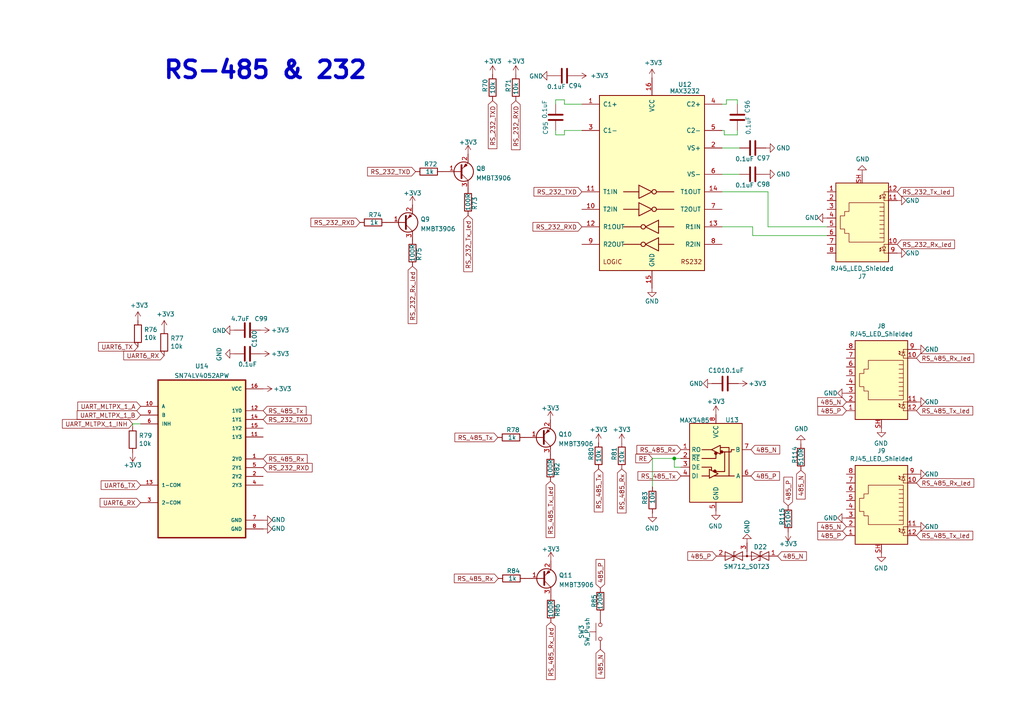
<source format=kicad_sch>
(kicad_sch (version 20211123) (generator eeschema)
  (paper "A4")
  (lib_symbols
    (symbol "Connector:RJ45_LED_Shielded" (pin_names (offset 1.016))
      (property "Reference" "J" (at -5.08 13.97 0))
      (property "Value" "RJ45_LED_Shielded" (at 1.27 13.97 0))
      (symbol "RJ45_LED_Shielded_0_1"
        (polyline (pts (xy -7.62 -7.62) (xy -6.35 -7.62)))
        (polyline (pts (xy -7.62 -5.08) (xy -6.35 -5.08)))
        (polyline (pts (xy -7.62 7.62) (xy -6.35 7.62)))
        (polyline (pts (xy -7.62 10.16) (xy -6.35 10.16)))
        (polyline (pts (xy -6.858 -5.842) (xy -5.842 -5.842)))
        (polyline (pts (xy -6.858 9.398) (xy -5.842 9.398)))
        (polyline (pts (xy -6.35 -7.62) (xy -6.35 -6.858)))
        (polyline (pts (xy -6.35 -5.08) (xy -6.35 -5.842)))
        (polyline (pts (xy -6.35 7.62) (xy -6.35 8.382)))
        (polyline (pts (xy -6.35 10.16) (xy -6.35 9.398)))
        (polyline (pts (xy -5.08 -6.223) (xy -5.207 -6.604)))
        (polyline (pts (xy -5.08 -5.588) (xy -5.207 -5.969)))
        (polyline (pts (xy -5.08 4.445) (xy -6.35 4.445)))
        (polyline (pts (xy -5.08 5.715) (xy -6.35 5.715)))
        (polyline (pts (xy -5.08 9.017) (xy -5.207 8.636)))
        (polyline (pts (xy -5.08 9.652) (xy -5.207 9.271)))
        (polyline (pts (xy -6.35 -3.175) (xy -5.08 -3.175) (xy -5.08 -3.175)))
        (polyline (pts (xy -6.35 -1.905) (xy -5.08 -1.905) (xy -5.08 -1.905)))
        (polyline (pts (xy -6.35 -0.635) (xy -5.08 -0.635) (xy -5.08 -0.635)))
        (polyline (pts (xy -6.35 0.635) (xy -5.08 0.635) (xy -5.08 0.635)))
        (polyline (pts (xy -6.35 1.905) (xy -5.08 1.905) (xy -5.08 1.905)))
        (polyline (pts (xy -5.588 -6.731) (xy -5.08 -6.223) (xy -5.461 -6.35)))
        (polyline (pts (xy -5.588 -6.096) (xy -5.08 -5.588) (xy -5.461 -5.715)))
        (polyline (pts (xy -5.588 8.509) (xy -5.08 9.017) (xy -5.461 8.89)))
        (polyline (pts (xy -5.588 9.144) (xy -5.08 9.652) (xy -5.461 9.525)))
        (polyline (pts (xy -5.08 3.175) (xy -6.35 3.175) (xy -6.35 3.175)))
        (polyline (pts (xy -6.35 -5.842) (xy -6.858 -6.858) (xy -5.842 -6.858) (xy -6.35 -5.842)))
        (polyline (pts (xy -6.35 9.398) (xy -6.858 8.382) (xy -5.842 8.382) (xy -6.35 9.398)))
        (polyline (pts (xy -6.35 -4.445) (xy -6.35 6.985) (xy 3.81 6.985) (xy 3.81 4.445) (xy 5.08 4.445) (xy 5.08 3.175) (xy 6.35 3.175) (xy 6.35 -0.635) (xy 5.08 -0.635) (xy 5.08 -1.905) (xy 3.81 -1.905) (xy 3.81 -4.445) (xy -6.35 -4.445) (xy -6.35 -4.445)))
        (rectangle (start 7.62 12.7) (end -7.62 -10.16) (stroke (width 0.254)) (fill (type background)))
      )
      (symbol "RJ45_LED_Shielded_1_1"
        (pin passive line (at 10.16 -7.62 180) (length 2.54) (name "~") (number "1"))
        (pin passive line (at -10.16 7.62 0) (length 2.54) (name "~") (number "10"))
        (pin passive line (at -10.16 -5.08 0) (length 2.54) (name "~") (number "11"))
        (pin passive line (at -10.16 -7.62 0) (length 2.54) (name "~") (number "12"))
        (pin passive line (at 10.16 -5.08 180) (length 2.54) (name "~") (number "2"))
        (pin passive line (at 10.16 -2.54 180) (length 2.54) (name "~") (number "3"))
        (pin passive line (at 10.16 0 180) (length 2.54) (name "~") (number "4"))
        (pin passive line (at 10.16 2.54 180) (length 2.54) (name "~") (number "5"))
        (pin passive line (at 10.16 5.08 180) (length 2.54) (name "~") (number "6"))
        (pin passive line (at 10.16 7.62 180) (length 2.54) (name "~") (number "7"))
        (pin passive line (at 10.16 10.16 180) (length 2.54) (name "~") (number "8"))
        (pin passive line (at -10.16 10.16 0) (length 2.54) (name "~") (number "9"))
        (pin passive line (at 0 -12.7 90) (length 2.54) (name "~") (number "SH"))
      )
    )
    (symbol "Device:C" (pin_numbers hide) (pin_names (offset 0.254))
      (property "Reference" "C" (at 0.635 2.54 0))
      (property "Value" "C" (at 0.635 -2.54 0))
      (symbol "C_0_1"
        (polyline (pts (xy -2.032 -0.762) (xy 2.032 -0.762)) (stroke (width 0.508)))
        (polyline (pts (xy -2.032 0.762) (xy 2.032 0.762)) (stroke (width 0.508)))
      )
      (symbol "C_1_1"
        (pin passive line (at 0 3.81 270) (length 2.794) (name "~") (number "1"))
        (pin passive line (at 0 -3.81 90) (length 2.794) (name "~") (number "2"))
      )
    )
    (symbol "Device:R" (pin_numbers hide) (pin_names (offset 0))
      (property "Reference" "R" (at 2.032 0 90))
      (property "Value" "R" (at 0 0 90))
      (symbol "R_0_1"
        (rectangle (start -1.016 -2.54) (end 1.016 2.54) (stroke (width 0.254)))
      )
      (symbol "R_1_1"
        (pin passive line (at 0 3.81 270) (length 1.27) (name "~") (number "1"))
        (pin passive line (at 0 -3.81 90) (length 1.27) (name "~") (number "2"))
      )
    )
    (symbol "Diode:SM712_SOT23" (pin_names (offset 1.016) hide)
      (property "Reference" "D" (at 0 4.445 0))
      (property "Value" "SM712_SOT23" (at 0 2.54 0))
      (symbol "SM712_SOT23_0_0"
        (polyline (pts (xy 0 -1.27) (xy 0 0)))
      )
      (symbol "SM712_SOT23_0_1"
        (polyline (pts (xy -6.35 0) (xy 6.35 0)))
        (polyline (pts (xy -3.302 1.27) (xy -3.81 1.27) (xy -3.81 -1.27) (xy -4.318 -1.27)) (stroke (width 0.2032)))
        (polyline (pts (xy 4.318 1.27) (xy 3.81 1.27) (xy 3.81 -1.27) (xy 3.302 -1.27)) (stroke (width 0.2032)))
        (polyline (pts (xy -6.35 -1.27) (xy -1.27 1.27) (xy -1.27 -1.27) (xy -6.35 1.27) (xy -6.35 -1.27)) (stroke (width 0.2032)))
        (polyline (pts (xy 1.27 -1.27) (xy 1.27 1.27) (xy 6.35 -1.27) (xy 6.35 1.27) (xy 1.27 -1.27)) (stroke (width 0.2032)))
        (circle (center 0 0) (radius 0.254) (fill (type outline)))
      )
      (symbol "SM712_SOT23_1_1"
        (pin passive line (at -8.89 0 0) (length 2.54) (name "A1") (number "1"))
        (pin passive line (at 8.89 0 180) (length 2.54) (name "A2") (number "2"))
        (pin input line (at 0 -3.81 90) (length 2.54) (name "common") (number "3"))
      )
    )
    (symbol "Interface_UART:MAX3232" (pin_names (offset 1.016))
      (property "Reference" "U" (at -2.54 28.575 0))
      (property "Value" "MAX3232" (at -2.54 26.67 0))
      (symbol "MAX3232_0_0"
        (text "LOGIC" (at -11.43 -22.86 0) (effects (font (size 1.27 1.27))))
        (text "RS232" (at 11.43 -22.86 0) (effects (font (size 1.27 1.27))))
      )
      (symbol "MAX3232_0_1"
        (rectangle (start -15.24 -25.4) (end 15.24 25.4) (stroke (width 0.254)) (fill (type background)))
        (circle (center -2.54 -17.78) (radius 0.635) (stroke (width 0.254)))
        (circle (center -2.54 -12.7) (radius 0.635) (stroke (width 0.254)))
        (polyline (pts (xy -3.81 -7.62) (xy -8.255 -7.62)) (stroke (width 0.254)))
        (polyline (pts (xy -3.81 -2.54) (xy -8.255 -2.54)) (stroke (width 0.254)))
        (polyline (pts (xy -3.175 -17.78) (xy -8.255 -17.78)) (stroke (width 0.254)))
        (polyline (pts (xy -3.175 -12.7) (xy -8.255 -12.7)) (stroke (width 0.254)))
        (polyline (pts (xy 1.27 -7.62) (xy 6.35 -7.62)) (stroke (width 0.254)))
        (polyline (pts (xy 1.27 -2.54) (xy 6.35 -2.54)) (stroke (width 0.254)))
        (polyline (pts (xy 1.905 -17.78) (xy 6.35 -17.78)) (stroke (width 0.254)))
        (polyline (pts (xy 1.905 -12.7) (xy 6.35 -12.7)) (stroke (width 0.254)))
        (polyline (pts (xy -3.81 -5.715) (xy -3.81 -9.525) (xy 0 -7.62) (xy -3.81 -5.715)) (stroke (width 0.254)))
        (polyline (pts (xy -3.81 -0.635) (xy -3.81 -4.445) (xy 0 -2.54) (xy -3.81 -0.635)) (stroke (width 0.254)))
        (polyline (pts (xy 1.905 -15.875) (xy 1.905 -19.685) (xy -1.905 -17.78) (xy 1.905 -15.875)) (stroke (width 0.254)))
        (polyline (pts (xy 1.905 -10.795) (xy 1.905 -14.605) (xy -1.905 -12.7) (xy 1.905 -10.795)) (stroke (width 0.254)))
        (circle (center 0.635 -7.62) (radius 0.635) (stroke (width 0.254)))
        (circle (center 0.635 -2.54) (radius 0.635) (stroke (width 0.254)))
      )
      (symbol "MAX3232_1_1"
        (pin passive line (at -20.32 22.86 0) (length 5.08) (name "C1+") (number "1"))
        (pin input line (at -20.32 -7.62 0) (length 5.08) (name "T2IN") (number "10"))
        (pin input line (at -20.32 -2.54 0) (length 5.08) (name "T1IN") (number "11"))
        (pin output line (at -20.32 -12.7 0) (length 5.08) (name "R1OUT") (number "12"))
        (pin input line (at 20.32 -12.7 180) (length 5.08) (name "R1IN") (number "13"))
        (pin output line (at 20.32 -2.54 180) (length 5.08) (name "T1OUT") (number "14"))
        (pin power_in line (at 0 -30.48 90) (length 5.08) (name "GND") (number "15"))
        (pin power_in line (at 0 30.48 270) (length 5.08) (name "VCC") (number "16"))
        (pin power_out line (at 20.32 10.16 180) (length 5.08) (name "VS+") (number "2"))
        (pin passive line (at -20.32 15.24 0) (length 5.08) (name "C1-") (number "3"))
        (pin passive line (at 20.32 22.86 180) (length 5.08) (name "C2+") (number "4"))
        (pin passive line (at 20.32 15.24 180) (length 5.08) (name "C2-") (number "5"))
        (pin power_out line (at 20.32 2.54 180) (length 5.08) (name "VS-") (number "6"))
        (pin output line (at 20.32 -7.62 180) (length 5.08) (name "T2OUT") (number "7"))
        (pin input line (at 20.32 -17.78 180) (length 5.08) (name "R2IN") (number "8"))
        (pin output line (at -20.32 -17.78 0) (length 5.08) (name "R2OUT") (number "9"))
      )
    )
    (symbol "Interface_UART:MAX3485"
      (property "Reference" "U" (at -6.096 11.43 0))
      (property "Value" "MAX3485" (at 0.762 11.43 0))
      (symbol "MAX3485_0_1"
        (rectangle (start -7.62 10.16) (end 7.62 -12.7) (stroke (width 0.254)) (fill (type background)))
        (circle (center -0.3048 -3.683) (radius 0.3556) (stroke (width 0.254)) (fill (type outline)))
        (circle (center -0.0254 1.4986) (radius 0.3556) (stroke (width 0.254)) (fill (type outline)))
        (polyline (pts (xy -4.064 -5.08) (xy -1.905 -5.08)) (stroke (width 0.254)))
        (polyline (pts (xy -4.064 2.54) (xy -1.27 2.54)) (stroke (width 0.254)))
        (polyline (pts (xy -1.27 -3.2004) (xy -1.27 -3.4544)) (stroke (width 0.254)))
        (polyline (pts (xy -0.635 -5.08) (xy 5.334 -5.08)) (stroke (width 0.254)))
        (polyline (pts (xy -4.064 -2.54) (xy -1.27 -2.54) (xy -1.27 -3.175)) (stroke (width 0.254)))
        (polyline (pts (xy 0 1.27) (xy 0 0) (xy -4.064 0)) (stroke (width 0.254)))
        (polyline (pts (xy 1.27 3.175) (xy 3.81 3.175) (xy 3.81 -5.08)) (stroke (width 0.254)))
        (polyline (pts (xy 2.54 1.905) (xy 2.54 -3.81) (xy 0 -3.81)) (stroke (width 0.254)))
        (polyline (pts (xy -1.905 -3.175) (xy -1.905 -5.715) (xy 0.635 -4.445) (xy -1.905 -3.175)) (stroke (width 0.254)))
        (polyline (pts (xy -1.27 2.54) (xy 1.27 3.81) (xy 1.27 1.27) (xy -1.27 2.54)) (stroke (width 0.254)))
        (polyline (pts (xy 1.905 1.905) (xy 4.445 1.905) (xy 4.445 2.54) (xy 5.334 2.54)) (stroke (width 0.254)))
        (rectangle (start 1.27 3.175) (end 1.27 3.175))
        (circle (center 1.651 1.905) (radius 0.3556) (stroke (width 0.254)) (fill (type outline)))
      )
      (symbol "MAX3485_1_1"
        (pin output line (at -10.16 2.54 0) (length 2.54) (name "RO") (number "1"))
        (pin input line (at -10.16 0 0) (length 2.54) (name "~{RE}") (number "2"))
        (pin input line (at -10.16 -2.54 0) (length 2.54) (name "DE") (number "3"))
        (pin input line (at -10.16 -5.08 0) (length 2.54) (name "DI") (number "4"))
        (pin power_in line (at 0 -15.24 90) (length 2.54) (name "GND") (number "5"))
        (pin bidirectional line (at 10.16 -5.08 180) (length 2.54) (name "A") (number "6"))
        (pin bidirectional line (at 10.16 2.54 180) (length 2.54) (name "B") (number "7"))
        (pin power_in line (at 0 12.7 270) (length 2.54) (name "VCC") (number "8"))
      )
    )
    (symbol "Switch:SW_Push" (pin_numbers hide) (pin_names (offset 1.016) hide)
      (property "Reference" "SW" (at 1.27 2.54 0))
      (property "Value" "SW_Push" (at 0 -1.524 0))
      (symbol "SW_Push_0_1"
        (circle (center -2.032 0) (radius 0.508))
        (polyline (pts (xy 0 1.27) (xy 0 3.048)))
        (polyline (pts (xy 2.54 1.27) (xy -2.54 1.27)))
        (circle (center 2.032 0) (radius 0.508))
        (pin passive line (at -5.08 0 0) (length 2.54) (name "1") (number "1"))
        (pin passive line (at 5.08 0 180) (length 2.54) (name "2") (number "2"))
      )
    )
    (symbol "Symbols:SN74LV4052APW" (pin_names (offset 1.016))
      (property "Reference" "U" (at -12.7 23.8506 0))
      (property "Value" "SN74LV4052APW" (at -12.7 -26.8478 0))
      (symbol "SN74LV4052APW_0_0"
        (rectangle (start -12.7 -22.86) (end 12.7 22.86) (stroke (width 0.4064)) (fill (type background)))
        (pin output line (at 17.78 0 180) (length 5.08) (name "2Y0") (number "1"))
        (pin input line (at -17.78 15.24 0) (length 5.08) (name "A") (number "10"))
        (pin output line (at 17.78 6.35 180) (length 5.08) (name "1Y3") (number "11"))
        (pin output line (at 17.78 13.97 180) (length 5.08) (name "1Y0") (number "12"))
        (pin bidirectional line (at -17.78 -7.62 0) (length 5.08) (name "1-COM") (number "13"))
        (pin output line (at 17.78 11.43 180) (length 5.08) (name "1Y1") (number "14"))
        (pin output line (at 17.78 8.89 180) (length 5.08) (name "1Y2") (number "15"))
        (pin power_in line (at 17.78 20.32 180) (length 5.08) (name "VCC") (number "16"))
        (pin output line (at 17.78 -5.08 180) (length 5.08) (name "2Y2") (number "2"))
        (pin bidirectional line (at -17.78 -12.7 0) (length 5.08) (name "2-COM") (number "3"))
        (pin output line (at 17.78 -7.62 180) (length 5.08) (name "2Y3") (number "4"))
        (pin output line (at 17.78 -2.54 180) (length 5.08) (name "2Y1") (number "5"))
        (pin input line (at -17.78 10.16 0) (length 5.08) (name "INH") (number "6"))
        (pin power_in line (at 17.78 -17.78 180) (length 5.08) (name "GND") (number "7"))
        (pin power_in line (at 17.78 -20.32 180) (length 5.08) (name "GND") (number "8"))
        (pin input line (at -17.78 12.7 0) (length 5.08) (name "B") (number "9"))
      )
    )
    (symbol "Transistor_BJT:MMBT3906" (pin_names (offset 0) hide)
      (property "Reference" "Q" (at 5.08 1.905 0))
      (property "Value" "MMBT3906" (at 5.08 0 0))
      (symbol "MMBT3906_0_1"
        (polyline (pts (xy 0.635 0.635) (xy 2.54 2.54)))
        (polyline (pts (xy 0.635 -0.635) (xy 2.54 -2.54) (xy 2.54 -2.54)))
        (polyline (pts (xy 0.635 1.905) (xy 0.635 -1.905) (xy 0.635 -1.905)) (stroke (width 0.508)))
        (polyline (pts (xy 2.286 -1.778) (xy 1.778 -2.286) (xy 1.27 -1.27) (xy 2.286 -1.778) (xy 2.286 -1.778)) (fill (type outline)))
        (circle (center 1.27 0) (radius 2.8194) (stroke (width 0.254)))
      )
      (symbol "MMBT3906_1_1"
        (pin input line (at -5.08 0 0) (length 5.715) (name "B") (number "1"))
        (pin passive line (at 2.54 -5.08 90) (length 2.54) (name "E") (number "2"))
        (pin passive line (at 2.54 5.08 270) (length 2.54) (name "C") (number "3"))
      )
    )
    (symbol "power:+3.3V" (power) (pin_names (offset 0))
      (property "Value" "+3.3V" (at 0 3.556 0))
      (symbol "+3.3V_0_1"
        (polyline (pts (xy -0.762 1.27) (xy 0 2.54)))
        (polyline (pts (xy 0 0) (xy 0 2.54)))
        (polyline (pts (xy 0 2.54) (xy 0.762 1.27)))
      )
      (symbol "+3.3V_1_1"
        (pin power_in line (at 0 0 90) (length 0) hide (name "+3V3") (number "1"))
      )
    )
    (symbol "power:GND" (power) (pin_names (offset 0))
      (property "Value" "GND" (at 0 -3.81 0))
      (symbol "GND_0_1"
        (polyline (pts (xy 0 0) (xy 0 -1.27) (xy 1.27 -1.27) (xy 0 -2.54) (xy -1.27 -1.27) (xy 0 -1.27)))
      )
      (symbol "GND_1_1"
        (pin power_in line (at 0 0 270) (length 0) hide (name "GND") (number "1"))
      )
    )
  )
  (junction (at 195.58 132.969))
  (wire (pts (xy 189.23 132.969) (xy 189.23 141.224)))
  (wire (pts (xy 197.485 132.969) (xy 195.58 132.969)))
  (wire (pts (xy 195.58 135.509) (xy 195.58 132.969)))
  (wire (pts (xy 161.163 39.116) (xy 163.703 39.116)))
  (wire (pts (xy 210.058 39.116) (xy 213.868 39.116)))
  (wire (pts (xy 213.868 39.116) (xy 213.868 37.846)))
  (wire (pts (xy 161.163 37.846) (xy 161.163 39.116)))
  (wire (pts (xy 239.903 65.786) (xy 222.758 65.786)))
  (wire (pts (xy 195.58 132.969) (xy 189.23 132.969)))
  (wire (pts (xy 210.693 30.226) (xy 210.693 28.956)))
  (wire (pts (xy 163.703 28.956) (xy 163.703 30.226)))
  (wire (pts (xy 163.703 39.116) (xy 163.703 37.846)))
  (wire (pts (xy 161.163 30.226) (xy 161.163 28.956)))
  (wire (pts (xy 38.481 122.936) (xy 40.767 122.936)))
  (wire (pts (xy 197.485 135.509) (xy 195.58 135.509)))
  (wire (pts (xy 213.868 28.956) (xy 213.868 30.226)))
  (wire (pts (xy 239.903 68.326) (xy 218.313 68.326)))
  (wire (pts (xy 210.058 37.846) (xy 210.058 39.116)))
  (wire (pts (xy 209.423 42.926) (xy 214.503 42.926)))
  (wire (pts (xy 222.758 55.626) (xy 209.423 55.626)))
  (wire (pts (xy 210.693 28.956) (xy 213.868 28.956)))
  (wire (pts (xy 163.703 37.846) (xy 168.783 37.846)))
  (wire (pts (xy 214.503 50.546) (xy 209.423 50.546)))
  (wire (pts (xy 222.758 65.786) (xy 222.758 55.626)))
  (wire (pts (xy 218.313 68.326) (xy 218.313 65.786)))
  (wire (pts (xy 38.481 123.698) (xy 38.481 122.936)))
  (wire (pts (xy 209.423 37.846) (xy 210.058 37.846)))
  (wire (pts (xy 209.423 30.226) (xy 210.693 30.226)))
  (wire (pts (xy 218.313 65.786) (xy 209.423 65.786)))
  (wire (pts (xy 163.703 30.226) (xy 168.783 30.226)))
  (wire (pts (xy 161.163 28.956) (xy 163.703 28.956)))
  (text "RS-485 & 232" (at 47.117 23.368 0) (effects (font (size 5.0038 5.0038) (thickness 1.0008) bold) (justify left bottom)))
  (global_label "485_N" (shape input) (at 174.117 188.341 270) (property "Intersheet References" "${INTERSHEET_REFS}" (effects hide)))
  (global_label "UART6_TX" (shape input) (at 40.005 100.584 180) (property "Intersheet References" "${INTERSHEET_REFS}" (effects hide)))
  (global_label "RS_485_Rx" (shape input) (at 144.526 167.767 180) (property "Intersheet References" "${INTERSHEET_REFS}" (effects hide)))
  (global_label "RS_232_RXD" (shape input) (at 168.783 65.786 180) (property "Intersheet References" "${INTERSHEET_REFS}" (effects hide)))
  (global_label "485_P" (shape input) (at 245.491 119.126 180) (property "Intersheet References" "${INTERSHEET_REFS}" (effects hide)))
  (global_label "485_P" (shape input) (at 207.772 161.29 180) (property "Intersheet References" "${INTERSHEET_REFS}" (effects hide)))
  (global_label "RS_485_Rx_led" (shape input) (at 265.811 103.886 0) (property "Intersheet References" "${INTERSHEET_REFS}" (effects hide)))
  (global_label "RS_485_Tx_led" (shape input) (at 159.639 139.573 270) (property "Intersheet References" "${INTERSHEET_REFS}" (effects hide)))
  (global_label "485_N" (shape input) (at 232.283 136.398 270) (property "Intersheet References" "${INTERSHEET_REFS}" (effects hide)))
  (global_label "RS_485_Rx_led" (shape input) (at 265.811 140.081 0) (property "Intersheet References" "${INTERSHEET_REFS}" (effects hide)))
  (global_label "RS_232_Rx_led" (shape input) (at 119.634 77.216 270) (property "Intersheet References" "${INTERSHEET_REFS}" (effects hide)))
  (global_label "RS_485_Tx" (shape input) (at 76.327 119.126 0) (property "Intersheet References" "${INTERSHEET_REFS}" (effects hide)))
  (global_label "UART_MLTPX_1_INH" (shape input) (at 38.481 122.936 180) (property "Intersheet References" "${INTERSHEET_REFS}" (effects hide)))
  (global_label "RS_232_Rx_led" (shape input) (at 260.223 70.866 0) (property "Intersheet References" "${INTERSHEET_REFS}" (effects hide)))
  (global_label "RS_485_Tx" (shape input) (at 197.485 138.049 180) (property "Intersheet References" "${INTERSHEET_REFS}" (effects hide)))
  (global_label "RS_485_Tx" (shape input) (at 144.399 126.873 180) (property "Intersheet References" "${INTERSHEET_REFS}" (effects hide)))
  (global_label "RS_485_Tx_led" (shape input) (at 265.811 155.321 0) (property "Intersheet References" "${INTERSHEET_REFS}" (effects hide)))
  (global_label "RS_485_Rx" (shape input) (at 76.327 133.096 0) (property "Intersheet References" "${INTERSHEET_REFS}" (effects hide)))
  (global_label "RS_232_RXD" (shape input) (at 149.606 29.21 270) (property "Intersheet References" "${INTERSHEET_REFS}" (effects hide)))
  (global_label "485_P" (shape input) (at 228.6 146.685 90) (property "Intersheet References" "${INTERSHEET_REFS}" (effects hide)))
  (global_label "485_N" (shape input) (at 245.491 152.781 180) (property "Intersheet References" "${INTERSHEET_REFS}" (effects hide)))
  (global_label "RE" (shape input) (at 189.23 132.969 180) (property "Intersheet References" "${INTERSHEET_REFS}" (effects hide)))
  (global_label "RS_485_Rx" (shape input) (at 180.34 136.017 270) (property "Intersheet References" "${INTERSHEET_REFS}" (effects hide)))
  (global_label "RS_485_Rx" (shape input) (at 197.485 130.429 180) (property "Intersheet References" "${INTERSHEET_REFS}" (effects hide)))
  (global_label "UART_MLTPX_1_A" (shape input) (at 40.767 117.856 180) (property "Intersheet References" "${INTERSHEET_REFS}" (effects hide)))
  (global_label "RS_485_Tx_led" (shape input) (at 265.811 119.126 0) (property "Intersheet References" "${INTERSHEET_REFS}" (effects hide)))
  (global_label "RS_232_TXD" (shape input) (at 168.783 55.626 180) (property "Intersheet References" "${INTERSHEET_REFS}" (effects hide)))
  (global_label "RS_232_RXD" (shape input) (at 76.327 135.636 0) (property "Intersheet References" "${INTERSHEET_REFS}" (effects hide)))
  (global_label "485_N" (shape input) (at 225.552 161.29 0) (property "Intersheet References" "${INTERSHEET_REFS}" (effects hide)))
  (global_label "RS_485_Rx_led" (shape input) (at 159.766 180.467 270) (property "Intersheet References" "${INTERSHEET_REFS}" (effects hide)))
  (global_label "RS_232_Tx_led" (shape input) (at 260.223 55.626 0) (property "Intersheet References" "${INTERSHEET_REFS}" (effects hide)))
  (global_label "RS_232_Tx_led" (shape input) (at 135.763 62.484 270) (property "Intersheet References" "${INTERSHEET_REFS}" (effects hide)))
  (global_label "RS_232_TXD" (shape input) (at 142.875 29.21 270) (property "Intersheet References" "${INTERSHEET_REFS}" (effects hide)))
  (global_label "UART6_TX" (shape input) (at 40.767 140.716 180) (property "Intersheet References" "${INTERSHEET_REFS}" (effects hide)))
  (global_label "UART6_RX" (shape input) (at 47.625 103.124 180) (property "Intersheet References" "${INTERSHEET_REFS}" (effects hide)))
  (global_label "RS_232_RXD" (shape input) (at 104.394 64.516 180) (property "Intersheet References" "${INTERSHEET_REFS}" (effects hide)))
  (global_label "RS_232_TXD" (shape input) (at 120.523 49.784 180) (property "Intersheet References" "${INTERSHEET_REFS}" (effects hide)))
  (global_label "RS_232_TXD" (shape input) (at 76.327 121.666 0) (property "Intersheet References" "${INTERSHEET_REFS}" (effects hide)))
  (global_label "UART_MLTPX_1_B" (shape input) (at 40.767 120.396 180) (property "Intersheet References" "${INTERSHEET_REFS}" (effects hide)))
  (global_label "485_P" (shape input) (at 217.805 138.049 0) (property "Intersheet References" "${INTERSHEET_REFS}" (effects hide)))
  (global_label "485_P" (shape input) (at 245.491 155.321 180) (property "Intersheet References" "${INTERSHEET_REFS}" (effects hide)))
  (global_label "485_N" (shape input) (at 217.805 130.429 0) (property "Intersheet References" "${INTERSHEET_REFS}" (effects hide)))
  (global_label "485_P" (shape input) (at 174.117 170.561 90) (property "Intersheet References" "${INTERSHEET_REFS}" (effects hide)))
  (global_label "UART6_RX" (shape input) (at 40.767 145.796 180) (property "Intersheet References" "${INTERSHEET_REFS}" (effects hide)))
  (global_label "485_N" (shape input) (at 245.491 116.586 180) (property "Intersheet References" "${INTERSHEET_REFS}" (effects hide)))
  (global_label "RS_485_Tx" (shape input) (at 173.609 136.017 270) (property "Intersheet References" "${INTERSHEET_REFS}" (effects hide)))
  (symbol (lib_id "Transistor_BJT:MMBT3906") (at 157.099 126.873 0) (mirror x) (unit 1)
    (property "Reference" "Q10" (at 161.9504 125.9645 0) (effects (justify left)))
    (property "Value" "MMBT3906" (at 161.9504 128.7396 0) (effects (justify left)))
    (property "Footprint" "Package_TO_SOT_SMD:SOT-23" (effects hide))
    (property "Datasheet" "https://www.onsemi.com/pub/Collateral/2N3906-D.PDF" (effects hide))
  )
  (symbol (lib_id "power:+3.3V") (at 189.103 22.606 0) (unit 1)
    (property "Reference" "#PWR0238" (effects hide))
    (property "Value" "+3.3V" (at 189.484 18.2118 0))
  )
  (symbol (lib_id "power:GND") (at 216.662 157.48 180) (unit 1)
    (property "Reference" "#PWR0273" (effects hide))
    (property "Value" "GND" (at 216.662 152.781 90))
  )
  (symbol (lib_id "Connector:RJ45_LED_Shielded") (at 255.651 147.701 0) (mirror y) (unit 1)
    (property "Reference" "J9" (at 255.651 130.7592 0))
    (property "Value" "RJ45_LED_Shielded" (at 255.651 133.0706 0))
    (property "Footprint" "Connector_RJ:RJ45_Amphenol_RJHSE538X" (effects hide))
  )
  (symbol (lib_id "power:+3.3V") (at 40.005 92.964 0) (unit 1)
    (property "Reference" "#PWR0248" (effects hide))
    (property "Value" "+3.3V" (at 40.386 88.5698 0))
  )
  (symbol (lib_id "Transistor_BJT:MMBT3906") (at 157.226 167.767 0) (mirror x) (unit 1)
    (property "Reference" "Q11" (at 162.0774 166.8585 0) (effects (justify left)))
    (property "Value" "MMBT3906" (at 162.0774 169.6336 0) (effects (justify left)))
    (property "Footprint" "Package_TO_SOT_SMD:SOT-23" (effects hide))
    (property "Datasheet" "https://www.onsemi.com/pub/Collateral/2N3906-D.PDF" (effects hide))
  )
  (symbol (lib_id "Device:R") (at 232.283 132.588 0) (mirror y) (unit 1)
    (property "Reference" "R114" (at 230.505 134.493 90) (effects (justify left)))
    (property "Value" "510R" (at 232.283 135.128 90) (effects (justify left)))
    (property "Footprint" "Resistor_SMD:R_0603_1608Metric" (effects hide))
  )
  (symbol (lib_id "power:GND") (at 222.123 50.546 90) (unit 1)
    (property "Reference" "#PWR0241" (effects hide))
    (property "Value" "GND" (at 227.203 50.546 90))
  )
  (symbol (lib_id "power:GND") (at 222.123 42.926 90) (unit 1)
    (property "Reference" "#PWR0239" (effects hide))
    (property "Value" "GND" (at 227.203 42.926 90))
  )
  (symbol (lib_id "power:+3.3V") (at 135.763 44.704 0) (mirror y) (unit 1)
    (property "Reference" "#PWR0240" (effects hide))
    (property "Value" "+3.3V" (at 135.763 41.275 0))
  )
  (symbol (lib_id "power:GND") (at 189.103 83.566 0) (unit 1)
    (property "Reference" "#PWR0247" (effects hide))
    (property "Value" "GND" (at 189.103 87.376 0))
  )
  (symbol (lib_id "Connector:RJ45_LED_Shielded") (at 250.063 63.246 180) (unit 1)
    (property "Reference" "J7" (at 250.063 80.1878 0))
    (property "Value" "RJ45_LED_Shielded" (at 250.063 77.8764 0))
    (property "Footprint" "Connector_RJ:RJ45_Amphenol_RJHSE538X" (effects hide))
  )
  (symbol (lib_id "power:+3.3V") (at 159.639 121.793 0) (mirror y) (unit 1)
    (property "Reference" "#PWR0261" (effects hide))
    (property "Value" "+3.3V" (at 159.639 118.364 0))
  )
  (symbol (lib_id "Device:C") (at 218.313 42.926 270) (unit 1)
    (property "Reference" "C97" (at 219.4814 45.847 90) (effects (justify left)))
    (property "Value" "0.1uF" (at 213.233 46.101 90) (effects (justify left)))
    (property "Footprint" "Capacitor_SMD:C_0603_1608Metric" (effects hide))
  )
  (symbol (lib_id "Device:C") (at 71.755 95.758 270) (unit 1)
    (property "Reference" "C99" (at 73.787 92.456 90) (effects (justify left)))
    (property "Value" "4.7uF" (at 66.929 92.456 90) (effects (justify left)))
    (property "Footprint" "Capacitor_SMD:C_0805_2012Metric" (effects hide))
  )
  (symbol (lib_id "power:GND") (at 260.223 73.406 90) (mirror x) (unit 1)
    (property "Reference" "#PWR0246" (effects hide))
    (property "Value" "GND" (at 264.668 73.406 90))
  )
  (symbol (lib_id "Switch:SW_Push") (at 174.117 183.261 90) (mirror x) (unit 1)
    (property "Reference" "SW3" (at 168.656 183.261 0))
    (property "Value" "SW_Push" (at 170.307 183.261 0))
    (property "Footprint" "Button_Switch_THT:SW_DIP_SPSTx01_Slide_9.78x4.72mm_W7.62mm_P2.54mm" (effects hide))
  )
  (symbol (lib_id "Device:R") (at 124.333 49.784 90) (mirror x) (unit 1)
    (property "Reference" "R72" (at 126.873 47.625 90) (effects (justify left)))
    (property "Value" "1k" (at 125.857 49.784 90) (effects (justify left)))
    (property "Footprint" "Resistor_SMD:R_0603_1608Metric" (effects hide))
  )
  (symbol (lib_id "power:+3.3V") (at 173.609 128.397 0) (mirror y) (unit 1)
    (property "Reference" "#PWR0263" (effects hide))
    (property "Value" "+3.3V" (at 173.609 124.587 0))
  )
  (symbol (lib_id "Device:R") (at 189.23 145.034 0) (mirror x) (unit 1)
    (property "Reference" "R83" (at 187.071 142.494 90) (effects (justify left)))
    (property "Value" "10k" (at 189.23 142.494 90) (effects (justify left)))
    (property "Footprint" "Resistor_SMD:R_0603_1608Metric" (effects hide))
  )
  (symbol (lib_id "Device:C") (at 71.755 102.616 90) (unit 1)
    (property "Reference" "C100" (at 73.787 100.838 0) (effects (justify left)))
    (property "Value" "0.1uF" (at 74.549 105.664 90) (effects (justify left)))
    (property "Footprint" "Capacitor_SMD:C_0603_1608Metric" (effects hide))
  )
  (symbol (lib_id "Device:R") (at 148.336 167.767 90) (mirror x) (unit 1)
    (property "Reference" "R84" (at 150.876 165.608 90) (effects (justify left)))
    (property "Value" "1k" (at 149.86 167.767 90) (effects (justify left)))
    (property "Footprint" "Resistor_SMD:R_0603_1608Metric" (effects hide))
  )
  (symbol (lib_id "Device:R") (at 142.875 25.4 0) (mirror x) (unit 1)
    (property "Reference" "R70" (at 140.716 22.86 90) (effects (justify left)))
    (property "Value" "10k" (at 142.875 23.622 90) (effects (justify left)))
    (property "Footprint" "Resistor_SMD:R_0603_1608Metric" (effects hide))
  )
  (symbol (lib_id "Device:R") (at 149.606 25.4 0) (mirror x) (unit 1)
    (property "Reference" "R71" (at 147.447 22.86 90) (effects (justify left)))
    (property "Value" "10k" (at 149.606 23.876 90) (effects (justify left)))
    (property "Footprint" "Resistor_SMD:R_0603_1608Metric" (effects hide))
  )
  (symbol (lib_id "power:+3.3V") (at 228.6 154.305 0) (mirror x) (unit 1)
    (property "Reference" "#PWR0377" (effects hide))
    (property "Value" "+3.3V" (at 228.6 157.734 0))
  )
  (symbol (lib_id "Transistor_BJT:MMBT3906") (at 133.223 49.784 0) (mirror x) (unit 1)
    (property "Reference" "Q8" (at 138.0744 48.8755 0) (effects (justify left)))
    (property "Value" "MMBT3906" (at 138.0744 51.6506 0) (effects (justify left)))
    (property "Footprint" "Package_TO_SOT_SMD:SOT-23" (effects hide))
    (property "Datasheet" "https://www.onsemi.com/pub/Collateral/2N3906-D.PDF" (effects hide))
  )
  (symbol (lib_id "Transistor_BJT:MMBT3906") (at 117.094 64.516 0) (mirror x) (unit 1)
    (property "Reference" "Q9" (at 121.9454 63.6075 0) (effects (justify left)))
    (property "Value" "MMBT3906" (at 121.9454 66.3826 0) (effects (justify left)))
    (property "Footprint" "Package_TO_SOT_SMD:SOT-23" (effects hide))
    (property "Datasheet" "https://www.onsemi.com/pub/Collateral/2N3906-D.PDF" (effects hide))
  )
  (symbol (lib_id "Device:R") (at 135.763 58.674 0) (mirror y) (unit 1)
    (property "Reference" "R73" (at 137.668 60.96 90) (effects (justify left)))
    (property "Value" "100R" (at 135.763 61.214 90) (effects (justify left)))
    (property "Footprint" "Resistor_SMD:R_0603_1608Metric" (effects hide))
  )
  (symbol (lib_id "power:GND") (at 265.811 137.541 90) (mirror x) (unit 1)
    (property "Reference" "#PWR0266" (effects hide))
    (property "Value" "GND" (at 270.256 137.541 90))
  )
  (symbol (lib_id "Interface_UART:MAX3485") (at 207.645 132.969 0) (unit 1)
    (property "Reference" "U13" (at 212.344 121.793 0))
    (property "Value" "MAX3485" (at 201.422 121.92 0))
    (property "Footprint" "Package_SO:SOIC-8_3.9x4.9mm_P1.27mm" (effects hide))
    (property "Datasheet" "https://datasheets.maximintegrated.com/en/ds/MAX3483-MAX3491.pdf" (effects hide))
  )
  (symbol (lib_id "Connector:RJ45_LED_Shielded") (at 255.651 111.506 0) (mirror y) (unit 1)
    (property "Reference" "J8" (at 255.651 94.5642 0))
    (property "Value" "RJ45_LED_Shielded" (at 255.651 96.8756 0))
    (property "Footprint" "Connector_RJ:RJ45_Amphenol_RJHSE538X" (effects hide))
  )
  (symbol (lib_id "Device:R") (at 47.625 99.314 0) (unit 1)
    (property "Reference" "R77" (at 49.403 98.1456 0) (effects (justify left)))
    (property "Value" "10k" (at 49.403 100.457 0) (effects (justify left)))
    (property "Footprint" "Resistor_SMD:R_0603_1608Metric" (effects hide))
  )
  (symbol (lib_id "Device:C") (at 213.868 34.036 0) (unit 1)
    (property "Reference" "C96" (at 216.789 32.8676 90) (effects (justify left)))
    (property "Value" "0.1uF" (at 217.043 39.116 90) (effects (justify left)))
    (property "Footprint" "Capacitor_SMD:C_0603_1608Metric" (effects hide))
  )
  (symbol (lib_id "Device:C") (at 218.313 50.546 270) (unit 1)
    (property "Reference" "C98" (at 219.4814 53.467 90) (effects (justify left)))
    (property "Value" "0.1uF" (at 213.233 53.721 90) (effects (justify left)))
    (property "Footprint" "Capacitor_SMD:C_0603_1608Metric" (effects hide))
  )
  (symbol (lib_id "Device:R") (at 40.005 96.774 0) (unit 1)
    (property "Reference" "R76" (at 41.783 95.6056 0) (effects (justify left)))
    (property "Value" "10k" (at 41.783 97.917 0) (effects (justify left)))
    (property "Footprint" "Resistor_SMD:R_0603_1608Metric" (effects hide))
  )
  (symbol (lib_id "Device:R") (at 148.209 126.873 90) (mirror x) (unit 1)
    (property "Reference" "R78" (at 150.749 124.714 90) (effects (justify left)))
    (property "Value" "1k" (at 149.733 126.873 90) (effects (justify left)))
    (property "Footprint" "Resistor_SMD:R_0603_1608Metric" (effects hide))
  )
  (symbol (lib_id "Device:R") (at 228.6 150.495 0) (mirror y) (unit 1)
    (property "Reference" "R115" (at 226.822 152.4 90) (effects (justify left)))
    (property "Value" "510R" (at 228.6 153.035 90) (effects (justify left)))
    (property "Footprint" "Resistor_SMD:R_0603_1608Metric" (effects hide))
  )
  (symbol (lib_id "power:GND") (at 232.283 128.778 0) (mirror x) (unit 1)
    (property "Reference" "#PWR0376" (effects hide))
    (property "Value" "GND" (at 232.41 124.3838 0))
  )
  (symbol (lib_id "power:+3.3V") (at 159.766 162.687 0) (mirror y) (unit 1)
    (property "Reference" "#PWR0275" (effects hide))
    (property "Value" "+3.3V" (at 159.766 159.258 0))
  )
  (symbol (lib_id "power:GND") (at 255.651 124.206 0) (mirror y) (unit 1)
    (property "Reference" "#PWR0262" (effects hide))
    (property "Value" "GND" (at 255.524 128.6002 0))
  )
  (symbol (lib_id "Device:R") (at 38.481 127.508 180) (unit 1)
    (property "Reference" "R79" (at 40.259 126.3396 0) (effects (justify right)))
    (property "Value" "10k" (at 40.259 128.651 0) (effects (justify right)))
    (property "Footprint" "Resistor_SMD:R_0603_1608Metric" (effects hide))
  )
  (symbol (lib_id "power:GND") (at 189.23 148.844 0) (mirror y) (unit 1)
    (property "Reference" "#PWR0268" (effects hide))
    (property "Value" "GND" (at 189.103 153.2382 0))
  )
  (symbol (lib_id "Device:R") (at 108.204 64.516 90) (mirror x) (unit 1)
    (property "Reference" "R74" (at 110.744 62.357 90) (effects (justify left)))
    (property "Value" "1k" (at 109.728 64.516 90) (effects (justify left)))
    (property "Footprint" "Resistor_SMD:R_0603_1608Metric" (effects hide))
  )
  (symbol (lib_id "power:GND") (at 245.491 114.046 270) (mirror x) (unit 1)
    (property "Reference" "#PWR0258" (effects hide))
    (property "Value" "GND" (at 240.919 114.046 90))
  )
  (symbol (lib_id "Device:R") (at 180.34 132.207 0) (mirror x) (unit 1)
    (property "Reference" "R81" (at 178.181 129.667 90) (effects (justify left)))
    (property "Value" "10k" (at 180.34 130.683 90) (effects (justify left)))
    (property "Footprint" "Resistor_SMD:R_0603_1608Metric" (effects hide))
  )
  (symbol (lib_id "power:GND") (at 260.223 58.166 90) (mirror x) (unit 1)
    (property "Reference" "#PWR0243" (effects hide))
    (property "Value" "GND" (at 264.668 58.166 90))
  )
  (symbol (lib_id "Device:R") (at 159.639 135.763 0) (mirror y) (unit 1)
    (property "Reference" "R82" (at 161.544 138.049 90) (effects (justify left)))
    (property "Value" "100R" (at 159.639 138.303 90) (effects (justify left)))
    (property "Footprint" "Resistor_SMD:R_0603_1608Metric" (effects hide))
  )
  (symbol (lib_id "power:+3.3V") (at 119.634 59.436 0) (mirror y) (unit 1)
    (property "Reference" "#PWR0244" (effects hide))
    (property "Value" "+3.3V" (at 119.634 56.007 0))
  )
  (symbol (lib_id "power:+3.3V") (at 180.34 128.397 0) (mirror y) (unit 1)
    (property "Reference" "#PWR0264" (effects hide))
    (property "Value" "+3.3V" (at 180.34 124.587 0))
  )
  (symbol (lib_id "power:+3.3V") (at 142.875 21.59 0) (mirror y) (unit 1)
    (property "Reference" "#PWR0234" (effects hide))
    (property "Value" "+3.3V" (at 142.875 17.78 0))
  )
  (symbol (lib_id "power:GND") (at 239.903 63.246 270) (mirror x) (unit 1)
    (property "Reference" "#PWR0245" (effects hide))
    (property "Value" "GND" (at 235.5088 63.119 90))
  )
  (symbol (lib_id "Device:R") (at 159.766 176.657 0) (mirror y) (unit 1)
    (property "Reference" "R86" (at 161.671 178.943 90) (effects (justify left)))
    (property "Value" "100R" (at 159.766 179.197 90) (effects (justify left)))
    (property "Footprint" "Resistor_SMD:R_0603_1608Metric" (effects hide))
  )
  (symbol (lib_id "power:GND") (at 245.491 150.241 270) (mirror x) (unit 1)
    (property "Reference" "#PWR0269" (effects hide))
    (property "Value" "GND" (at 240.919 150.241 90))
  )
  (symbol (lib_id "Device:R") (at 173.609 132.207 0) (mirror x) (unit 1)
    (property "Reference" "R80" (at 171.45 129.667 90) (effects (justify left)))
    (property "Value" "10k" (at 173.609 130.429 90) (effects (justify left)))
    (property "Footprint" "Resistor_SMD:R_0603_1608Metric" (effects hide))
  )
  (symbol (lib_id "power:GND") (at 76.327 153.416 90) (unit 1)
    (property "Reference" "#PWR0272" (effects hide))
    (property "Value" "GND" (at 80.7212 153.289 90))
  )
  (symbol (lib_id "Interface_UART:MAX3232") (at 189.103 53.086 0) (unit 1)
    (property "Reference" "U12" (at 198.628 24.511 0))
    (property "Value" "MAX3232" (at 198.628 26.416 0))
    (property "Footprint" "Package_SO:SOP-16_3.9x9.9mm_P1.27mm" (effects hide))
    (property "Datasheet" "https://datasheets.maximintegrated.com/en/ds/MAX3222-MAX3241.pdf" (effects hide))
  )
  (symbol (lib_id "Device:R") (at 119.634 73.406 0) (mirror y) (unit 1)
    (property "Reference" "R75" (at 121.539 75.692 90) (effects (justify left)))
    (property "Value" "100R" (at 119.634 75.946 90) (effects (justify left)))
    (property "Footprint" "Resistor_SMD:R_0603_1608Metric" (effects hide))
  )
  (symbol (lib_id "power:+3.3V") (at 47.625 95.504 0) (unit 1)
    (property "Reference" "#PWR0249" (effects hide))
    (property "Value" "+3.3V" (at 48.006 91.1098 0))
  )
  (symbol (lib_id "power:+3.3V") (at 167.513 21.971 270) (unit 1)
    (property "Reference" "#PWR0237" (effects hide))
    (property "Value" "+3.3V" (at 173.863 21.971 90))
  )
  (symbol (lib_id "power:+3.3V") (at 149.606 21.59 0) (mirror y) (unit 1)
    (property "Reference" "#PWR0235" (effects hide))
    (property "Value" "+3.3V" (at 149.606 17.78 0))
  )
  (symbol (lib_id "power:+3.3V") (at 38.481 131.318 180) (unit 1)
    (property "Reference" "#PWR0265" (effects hide))
    (property "Value" "+3.3V" (at 38.481 134.874 0))
  )
  (symbol (lib_id "power:GND") (at 159.893 21.971 270) (unit 1)
    (property "Reference" "#PWR0236" (effects hide))
    (property "Value" "GND" (at 155.4988 22.098 90))
  )
  (symbol (lib_id "power:GND") (at 67.945 102.616 270) (unit 1)
    (property "Reference" "#PWR0253" (effects hide))
    (property "Value" "GND" (at 63.5508 102.743 0))
  )
  (symbol (lib_id "power:GND") (at 265.811 101.346 90) (mirror x) (unit 1)
    (property "Reference" "#PWR0252" (effects hide))
    (property "Value" "GND" (at 270.256 101.346 90))
  )
  (symbol (lib_id "power:+3.3V") (at 75.565 95.758 270) (unit 1)
    (property "Reference" "#PWR0251" (effects hide))
    (property "Value" "+3.3V" (at 81.28 95.758 90))
  )
  (symbol (lib_id "power:+3.3V") (at 214.122 111.252 270) (mirror x) (unit 1)
    (property "Reference" "#PWR0256" (effects hide))
    (property "Value" "+3.3V" (at 219.71 111.252 90))
  )
  (symbol (lib_id "Device:C") (at 163.703 21.971 270) (unit 1)
    (property "Reference" "C94" (at 164.8714 24.892 90) (effects (justify left)))
    (property "Value" "0.1uF" (at 158.623 25.146 90) (effects (justify left)))
    (property "Footprint" "Capacitor_SMD:C_0603_1608Metric" (effects hide))
  )
  (symbol (lib_id "Device:C") (at 210.312 111.252 270) (mirror x) (unit 1)
    (property "Reference" "C101" (at 205.359 107.442 90) (effects (justify left)))
    (property "Value" "0.1uF" (at 210.312 107.442 90) (effects (justify left)))
    (property "Footprint" "Capacitor_SMD:C_0603_1608Metric" (effects hide))
  )
  (symbol (lib_id "power:GND") (at 250.063 50.546 0) (mirror x) (unit 1)
    (property "Reference" "#PWR0242" (effects hide))
    (property "Value" "GND" (at 250.19 46.1518 0))
  )
  (symbol (lib_id "power:GND") (at 206.502 111.252 270) (mirror x) (unit 1)
    (property "Reference" "#PWR0255" (effects hide))
    (property "Value" "GND" (at 201.93 111.252 90))
  )
  (symbol (lib_id "Diode:SM712_SOT23") (at 216.662 161.29 180) (unit 1)
    (property "Reference" "D22" (at 222.504 158.623 0) (effects (justify left)))
    (property "Value" "SM712_SOT23" (at 223.266 164.338 0) (effects (justify left)))
    (property "Footprint" "Package_TO_SOT_SMD:SOT-23" (effects hide))
    (property "Datasheet" "https://www.littelfuse.com/~/media/electronics/datasheets/tvs_diode_arrays/littelfuse_tvs_diode_array_sm712_datasheet.pdf.pdf" (effects hide))
  )
  (symbol (lib_id "power:GND") (at 67.945 95.758 270) (unit 1)
    (property "Reference" "#PWR0250" (effects hide))
    (property "Value" "GND" (at 63.5508 95.885 90))
  )
  (symbol (lib_id "Symbols:SN74LV4052APW") (at 58.547 133.096 0) (unit 1)
    (property "Reference" "U14" (at 58.547 106.1933 0))
    (property "Value" "SN74LV4052APW" (at 58.547 108.9684 0))
    (property "Footprint" "Package_SO:TSSOP-16_4.4x5mm_P0.65mm" (effects hide))
  )
  (symbol (lib_id "power:GND") (at 265.811 116.586 90) (mirror x) (unit 1)
    (property "Reference" "#PWR0259" (effects hide))
    (property "Value" "GND" (at 270.256 116.586 90))
  )
  (symbol (lib_id "Device:R") (at 174.117 174.371 0) (mirror y) (unit 1)
    (property "Reference" "R85" (at 172.339 176.276 90) (effects (justify left)))
    (property "Value" "120R" (at 174.117 176.911 90) (effects (justify left)))
    (property "Footprint" "Resistor_SMD:R_0603_1608Metric" (effects hide))
  )
  (symbol (lib_id "power:GND") (at 255.651 160.401 0) (mirror y) (unit 1)
    (property "Reference" "#PWR0274" (effects hide))
    (property "Value" "GND" (at 255.524 164.7952 0))
  )
  (symbol (lib_id "Device:C") (at 161.163 34.036 180) (unit 1)
    (property "Reference" "C95" (at 158.242 35.2044 90) (effects (justify left)))
    (property "Value" "0.1uF" (at 157.988 28.956 90) (effects (justify left)))
    (property "Footprint" "Capacitor_SMD:C_0603_1608Metric" (effects hide))
  )
  (symbol (lib_id "power:GND") (at 265.811 152.781 90) (mirror x) (unit 1)
    (property "Reference" "#PWR0271" (effects hide))
    (property "Value" "GND" (at 270.256 152.781 90))
  )
  (symbol (lib_id "power:+3.3V") (at 75.565 102.616 270) (unit 1)
    (property "Reference" "#PWR0254" (effects hide))
    (property "Value" "+3.3V" (at 81.28 102.616 90))
  )
  (symbol (lib_id "power:GND") (at 76.327 150.876 90) (unit 1)
    (property "Reference" "#PWR0270" (effects hide))
    (property "Value" "GND" (at 80.7212 150.749 90))
  )
  (symbol (lib_id "power:+3.3V") (at 207.645 120.269 0) (mirror y) (unit 1)
    (property "Reference" "#PWR0260" (effects hide))
    (property "Value" "+3.3V" (at 207.645 116.459 0))
  )
  (symbol (lib_id "power:+3.3V") (at 76.327 112.776 270) (unit 1)
    (property "Reference" "#PWR0257" (effects hide))
    (property "Value" "+3.3V" (at 81.915 112.776 90))
  )
  (symbol (lib_id "power:GND") (at 207.645 148.209 0) (mirror y) (unit 1)
    (property "Reference" "#PWR0267" (effects hide))
    (property "Value" "GND" (at 207.518 152.6032 0))
  )
)
</source>
